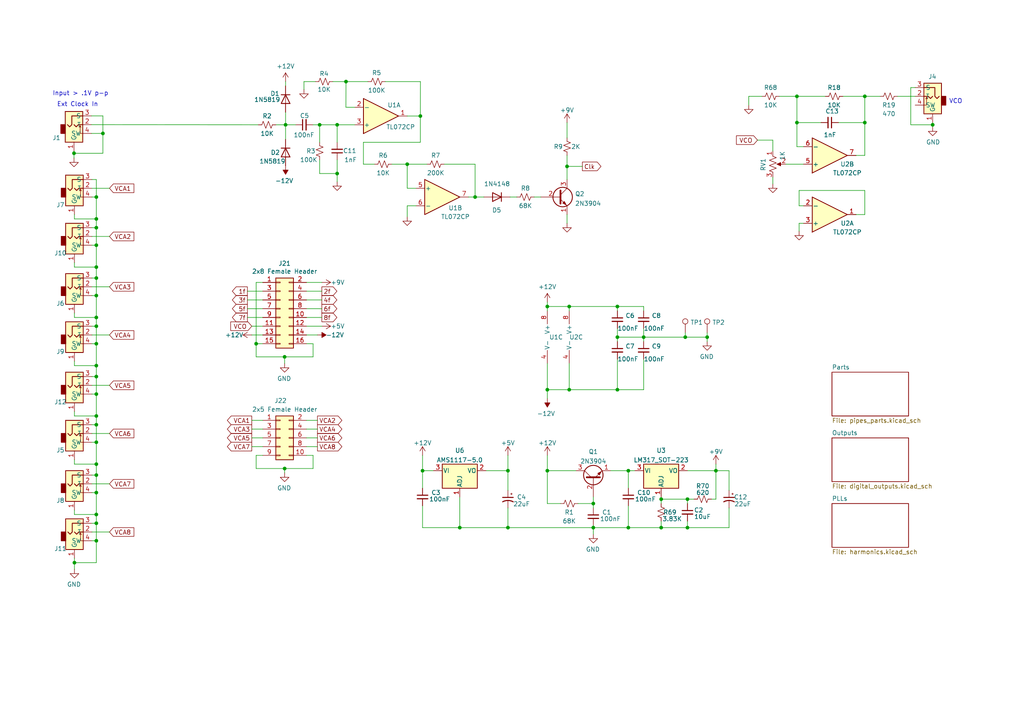
<source format=kicad_sch>
(kicad_sch (version 20211123) (generator eeschema)
  (paper "A4")
  (lib_symbols
    (symbol "Amplifier_Operational:TL072" (pin_names (offset 0.127))
      (property "Reference" "U" (at 0 5.08 0))
      (property "Value" "TL072" (at 0 -5.08 0))
      (symbol "TL072_1_1"
        (pin output line (at 7.62 0 180) (length 2.54) (name "~") (number "1"))
        (pin input line (at -7.62 -2.54 0) (length 2.54) (name "-") (number "2"))
        (pin input line (at -7.62 2.54 0) (length 2.54) (name "+") (number "3"))
      )
      (symbol "TL072_2_1"
        (pin input line (at -7.62 2.54 0) (length 2.54) (name "+") (number "5"))
        (pin input line (at -7.62 -2.54 0) (length 2.54) (name "-") (number "6"))
        (pin output line (at 7.62 0 180) (length 2.54) (name "~") (number "7"))
      )
      (symbol "TL072_3_1"
        (pin power_in line (at -2.54 -7.62 90) (length 3.81) (name "V-") (number "4"))
        (pin power_in line (at -2.54 7.62 270) (length 3.81) (name "V+") (number "8"))
      )
    )
    (symbol "Connector:TestPoint" (pin_numbers hide) (pin_names (offset 0.762) hide)
      (property "Reference" "TP" (at 0 6.858 0))
      (property "Value" "TestPoint" (at 0 5.08 0))
      (symbol "TestPoint_1_1"
        (pin passive line (at 0 0 90) (length 2.54) (name "1") (number "1"))
      )
    )
    (symbol "Connector_Generic:Conn_02x05_Odd_Even" (pin_names (offset 1.016) hide)
      (property "Reference" "J" (at 1.27 7.62 0))
      (property "Value" "Conn_02x05_Odd_Even" (at 1.27 -7.62 0))
      (symbol "Conn_02x05_Odd_Even_1_1"
        (pin passive line (at -5.08 5.08 0) (length 3.81) (name "Pin_1") (number "1"))
        (pin passive line (at 7.62 -5.08 180) (length 3.81) (name "Pin_10") (number "10"))
        (pin passive line (at 7.62 5.08 180) (length 3.81) (name "Pin_2") (number "2"))
        (pin passive line (at -5.08 2.54 0) (length 3.81) (name "Pin_3") (number "3"))
        (pin passive line (at 7.62 2.54 180) (length 3.81) (name "Pin_4") (number "4"))
        (pin passive line (at -5.08 0 0) (length 3.81) (name "Pin_5") (number "5"))
        (pin passive line (at 7.62 0 180) (length 3.81) (name "Pin_6") (number "6"))
        (pin passive line (at -5.08 -2.54 0) (length 3.81) (name "Pin_7") (number "7"))
        (pin passive line (at 7.62 -2.54 180) (length 3.81) (name "Pin_8") (number "8"))
        (pin passive line (at -5.08 -5.08 0) (length 3.81) (name "Pin_9") (number "9"))
      )
    )
    (symbol "Connector_Generic:Conn_02x08_Odd_Even" (pin_names (offset 1.016) hide)
      (property "Reference" "J" (at 1.27 10.16 0))
      (property "Value" "Conn_02x08_Odd_Even" (at 1.27 -12.7 0))
      (symbol "Conn_02x08_Odd_Even_1_1"
        (pin passive line (at -5.08 7.62 0) (length 3.81) (name "Pin_1") (number "1"))
        (pin passive line (at 7.62 -2.54 180) (length 3.81) (name "Pin_10") (number "10"))
        (pin passive line (at -5.08 -5.08 0) (length 3.81) (name "Pin_11") (number "11"))
        (pin passive line (at 7.62 -5.08 180) (length 3.81) (name "Pin_12") (number "12"))
        (pin passive line (at -5.08 -7.62 0) (length 3.81) (name "Pin_13") (number "13"))
        (pin passive line (at 7.62 -7.62 180) (length 3.81) (name "Pin_14") (number "14"))
        (pin passive line (at -5.08 -10.16 0) (length 3.81) (name "Pin_15") (number "15"))
        (pin passive line (at 7.62 -10.16 180) (length 3.81) (name "Pin_16") (number "16"))
        (pin passive line (at 7.62 7.62 180) (length 3.81) (name "Pin_2") (number "2"))
        (pin passive line (at -5.08 5.08 0) (length 3.81) (name "Pin_3") (number "3"))
        (pin passive line (at 7.62 5.08 180) (length 3.81) (name "Pin_4") (number "4"))
        (pin passive line (at -5.08 2.54 0) (length 3.81) (name "Pin_5") (number "5"))
        (pin passive line (at 7.62 2.54 180) (length 3.81) (name "Pin_6") (number "6"))
        (pin passive line (at -5.08 0 0) (length 3.81) (name "Pin_7") (number "7"))
        (pin passive line (at 7.62 0 180) (length 3.81) (name "Pin_8") (number "8"))
        (pin passive line (at -5.08 -2.54 0) (length 3.81) (name "Pin_9") (number "9"))
      )
    )
    (symbol "Device:CP1_Small" (pin_numbers hide) (pin_names (offset 0.254) hide)
      (property "Reference" "C" (at 0.254 1.778 0))
      (property "Value" "Device_CP1_Small" (at 0.254 -2.032 0))
      (symbol "CP1_Small_1_1"
        (pin passive line (at 0 2.54 270) (length 2.032) (name "~") (number "1"))
        (pin passive line (at 0 -2.54 90) (length 2.032) (name "~") (number "2"))
      )
    )
    (symbol "Device:C_Small" (pin_numbers hide) (pin_names (offset 0.254) hide)
      (property "Reference" "C" (at 0.254 1.778 0))
      (property "Value" "C_Small" (at 0.254 -2.032 0))
      (symbol "C_Small_1_1"
        (pin passive line (at 0 2.54 270) (length 2.032) (name "~") (number "1"))
        (pin passive line (at 0 -2.54 90) (length 2.032) (name "~") (number "2"))
      )
    )
    (symbol "Device:R_POT_US" (pin_names (offset 1.016) hide)
      (property "Reference" "RV" (at -4.445 0 90))
      (property "Value" "Device_R_POT_US" (at -2.54 0 90))
      (symbol "R_POT_US_1_1"
        (pin passive line (at 0 3.81 270) (length 1.27) (name "1") (number "1"))
        (pin passive line (at 3.81 0 180) (length 1.27) (name "2") (number "2"))
        (pin passive line (at 0 -3.81 90) (length 1.27) (name "3") (number "3"))
      )
    )
    (symbol "Device:R_Small_US" (pin_numbers hide) (pin_names (offset 0.254) hide)
      (property "Reference" "R" (at 0.762 0.508 0))
      (property "Value" "R_Small_US" (at 0.762 -1.016 0))
      (symbol "R_Small_US_1_1"
        (pin passive line (at 0 2.54 270) (length 1.016) (name "~") (number "1"))
        (pin passive line (at 0 -2.54 90) (length 1.016) (name "~") (number "2"))
      )
    )
    (symbol "Diode:1N4148" (pin_numbers hide) (pin_names (offset 1.016) hide)
      (property "Reference" "D" (at 0 2.54 0))
      (property "Value" "1N4148" (at 0 -2.54 0))
      (symbol "1N4148_1_1"
        (pin passive line (at -3.81 0 0) (length 2.54) (name "K") (number "1"))
        (pin passive line (at 3.81 0 180) (length 2.54) (name "A") (number "2"))
      )
    )
    (symbol "Regulator_Linear:LM317_SOT-223" (pin_names (offset 0.254))
      (property "Reference" "U" (at -3.81 3.175 0))
      (property "Value" "LM317_SOT-223" (at 0 3.175 0))
      (symbol "LM317_SOT-223_1_1"
        (pin input line (at 0 -7.62 90) (length 2.54) (name "ADJ") (number "1"))
        (pin power_out line (at 7.62 0 180) (length 2.54) (name "VO") (number "2"))
        (pin power_in line (at -7.62 0 0) (length 2.54) (name "VI") (number "3"))
      )
    )
    (symbol "Transistor_BJT:2N3904" (pin_names (offset 0) hide)
      (property "Reference" "Q" (at 5.08 1.905 0))
      (property "Value" "2N3904" (at 5.08 0 0))
      (symbol "2N3904_1_1"
        (pin passive line (at 2.54 -5.08 90) (length 2.54) (name "E") (number "1"))
        (pin passive line (at -5.08 0 0) (length 5.715) (name "B") (number "2"))
        (pin passive line (at 2.54 5.08 270) (length 2.54) (name "C") (number "3"))
      )
    )
    (symbol "greenface-symbols:Molex_47257"
      (property "Reference" "J" (at 0 8.89 0))
      (property "Value" "Molex_47257" (at 0 6.35 0))
      (symbol "Molex_47257_1_1"
        (pin passive line (at 0 -7.62 90) (length 2.54) (name "G") (number "1"))
        (pin passive line (at 5.08 0 180) (length 2.54) (name "T") (number "2"))
        (pin passive line (at 5.08 2.54 180) (length 2.54) (name "S") (number "3"))
        (pin passive line (at 5.08 -2.54 180) (length 2.54) (name "SW") (number "4"))
      )
    )
    (symbol "power:+12V" (power) (pin_names (offset 0))
      (property "Value" "+12V" (at 0 3.556 0))
      (symbol "+12V_1_1"
        (pin power_in line (at 0 0 90) (length 0) hide (name "+12V") (number "1"))
      )
    )
    (symbol "power:+5V" (power) (pin_names (offset 0))
      (property "Value" "+5V" (at 0 3.556 0))
      (symbol "+5V_1_1"
        (pin power_in line (at 0 0 90) (length 0) hide (name "+5V") (number "1"))
      )
    )
    (symbol "power:+9V" (power) (pin_names (offset 0))
      (property "Value" "+9V" (at 0 3.556 0))
      (symbol "+9V_1_1"
        (pin power_in line (at 0 0 90) (length 0) hide (name "+9V") (number "1"))
      )
    )
    (symbol "power:-12V" (power) (pin_names (offset 0))
      (property "Value" "-12V" (at 0 3.81 0))
      (symbol "-12V_0_0"
        (pin power_in line (at 0 0 90) (length 0) hide (name "-12V") (number "1"))
      )
    )
    (symbol "power:GND" (power) (pin_names (offset 0))
      (property "Value" "GND" (at 0 -3.81 0))
      (symbol "GND_1_1"
        (pin power_in line (at 0 0 270) (length 0) hide (name "GND") (number "1"))
      )
    )
  )
  (junction (at 199.39 144.78))
  (junction (at 182.245 136.525))
  (junction (at 27.94 63.5))
  (junction (at 27.94 134.62))
  (junction (at 82.55 103.505))
  (junction (at 158.75 113.03))
  (junction (at 97.79 50.3351))
  (junction (at 198.755 97.79))
  (junction (at 172.085 153.035))
  (junction (at 27.94 137.795))
  (junction (at 122.555 136.525))
  (junction (at 27.94 92.075))
  (junction (at 27.94 151.765))
  (junction (at 270.51 36.195))
  (junction (at 179.07 88.9))
  (junction (at 250.825 27.94))
  (junction (at 27.94 114.3))
  (junction (at 137.795 57.15))
  (junction (at 27.94 71.12))
  (junction (at 179.07 113.03))
  (junction (at 147.32 153.035))
  (junction (at 165.1 88.9))
  (junction (at 82.55 135.89))
  (junction (at 27.94 77.47))
  (junction (at 27.94 149.225))
  (junction (at 165.1 113.03))
  (junction (at 231.14 35.56))
  (junction (at 147.32 136.525))
  (junction (at 29.845 38.6971))
  (junction (at 27.94 99.695))
  (junction (at 97.79 36.195))
  (junction (at 199.39 153.035))
  (junction (at 27.94 85.725))
  (junction (at 27.94 80.645))
  (junction (at 205.105 97.79))
  (junction (at 27.94 106.045))
  (junction (at 172.085 146.05))
  (junction (at 27.94 123.19))
  (junction (at 182.245 153.035))
  (junction (at 27.94 120.65))
  (junction (at 191.77 144.78))
  (junction (at 74.295 99.695))
  (junction (at 27.94 128.27))
  (junction (at 207.645 136.525))
  (junction (at 158.75 88.9))
  (junction (at 27.94 156.845))
  (junction (at 250.825 35.56))
  (junction (at 21.59 163.195))
  (junction (at 118.11 47.625))
  (junction (at 231.14 27.94))
  (junction (at 27.94 109.22))
  (junction (at 179.07 97.79))
  (junction (at 27.94 66.04))
  (junction (at 21.463 44.45))
  (junction (at 92.71 36.195))
  (junction (at 186.69 97.79))
  (junction (at 121.92 33.655))
  (junction (at 82.8277 36.195))
  (junction (at 27.94 94.615))
  (junction (at 27.94 142.875))
  (junction (at 191.77 153.035))
  (junction (at 100.3537 23.6651))
  (junction (at 133.35 153.035))
  (junction (at 27.94 57.15))
  (junction (at 164.465 48.26))
  (junction (at 158.75 136.525))
  (wire (pts (xy 224.155 51.435) (xy 224.155 53.34)))
  (wire (pts (xy 231.775 59.69) (xy 231.775 55.245)))
  (wire (pts (xy 26.67 66.04) (xy 27.94 66.04)))
  (wire (pts (xy 211.455 142.24) (xy 211.455 136.525)))
  (wire (pts (xy 270.51 35.56) (xy 270.51 36.195)))
  (wire (pts (xy 186.69 97.79) (xy 198.755 97.79)))
  (wire (pts (xy 133.35 153.035) (xy 147.32 153.035)))
  (wire (pts (xy 231.775 64.77) (xy 233.045 64.77)))
  (wire (pts (xy 27.94 92.075) (xy 27.94 94.615)))
  (wire (pts (xy 21.59 119.38) (xy 21.59 120.65)))
  (wire (pts (xy 26.67 137.795) (xy 27.94 137.795)))
  (wire (pts (xy 137.795 47.625) (xy 137.795 57.15)))
  (wire (pts (xy 88.9 86.995) (xy 93.345 86.995)))
  (wire (pts (xy 27.94 123.19) (xy 27.94 128.27)))
  (wire (pts (xy 186.69 104.14) (xy 186.69 113.03)))
  (wire (pts (xy 26.67 97.155) (xy 31.75 97.155)))
  (wire (pts (xy 231.775 64.77) (xy 231.775 67.056)))
  (wire (pts (xy 172.085 152.4) (xy 172.085 153.035)))
  (wire (pts (xy 26.67 57.15) (xy 27.94 57.15)))
  (wire (pts (xy 165.1 90.17) (xy 165.1 88.9)))
  (wire (pts (xy 111.7837 23.6651) (xy 121.9437 23.6651)))
  (wire (pts (xy 182.245 136.525) (xy 184.15 136.525)))
  (wire (pts (xy 205.105 97.79) (xy 205.105 99.06)))
  (wire (pts (xy 224.155 40.64) (xy 224.155 43.815)))
  (wire (pts (xy 191.77 144.78) (xy 199.39 144.78)))
  (wire (pts (xy 27.94 85.725) (xy 27.94 92.075)))
  (wire (pts (xy 260.35 27.94) (xy 265.43 27.94)))
  (wire (pts (xy 198.755 97.79) (xy 205.105 97.79)))
  (wire (pts (xy 164.465 62.23) (xy 164.465 64.77)))
  (wire (pts (xy 231.775 55.245) (xy 250.825 55.245)))
  (wire (pts (xy 26.543 36.1571) (xy 74.93 36.195)))
  (wire (pts (xy 172.085 153.035) (xy 182.245 153.035)))
  (wire (pts (xy 90.805 135.89) (xy 90.805 132.08)))
  (wire (pts (xy 76.2 81.915) (xy 74.295 81.915)))
  (wire (pts (xy 76.2 132.08) (xy 74.295 132.08)))
  (wire (pts (xy 264.16 36.195) (xy 270.51 36.195)))
  (wire (pts (xy 27.94 151.765) (xy 27.94 156.845)))
  (wire (pts (xy 172.085 153.035) (xy 172.085 154.94)))
  (wire (pts (xy 29.845 33.6171) (xy 29.845 38.6971)))
  (wire (pts (xy 219.71 40.64) (xy 224.155 40.64)))
  (wire (pts (xy 105.41 47.625) (xy 105.41 41.275)))
  (wire (pts (xy 243.205 35.56) (xy 250.825 35.56)))
  (wire (pts (xy 82.55 103.505) (xy 90.805 103.505)))
  (wire (pts (xy 88.9 84.455) (xy 93.345 84.455)))
  (wire (pts (xy 26.67 71.12) (xy 27.94 71.12)))
  (wire (pts (xy 71.755 89.535) (xy 76.2 89.535)))
  (wire (pts (xy 250.825 55.245) (xy 250.825 62.23)))
  (wire (pts (xy 140.97 136.525) (xy 147.32 136.525)))
  (wire (pts (xy 270.51 36.195) (xy 270.51 36.83)))
  (wire (pts (xy 27.94 57.15) (xy 27.94 63.5)))
  (wire (pts (xy 97.79 36.195) (xy 102.87 36.195)))
  (wire (pts (xy 21.59 163.195) (xy 21.59 165.1)))
  (wire (pts (xy 199.39 144.78) (xy 201.295 144.78)))
  (wire (pts (xy 186.69 95.25) (xy 186.69 97.79)))
  (wire (pts (xy 165.1 88.9) (xy 179.07 88.9)))
  (wire (pts (xy 186.69 97.79) (xy 186.69 99.06)))
  (wire (pts (xy 27.94 63.5) (xy 27.94 66.04)))
  (wire (pts (xy 250.825 27.94) (xy 255.27 27.94)))
  (wire (pts (xy 27.94 77.47) (xy 21.59 77.47)))
  (wire (pts (xy 26.67 109.22) (xy 27.94 109.22)))
  (wire (pts (xy 71.755 86.995) (xy 76.2 86.995)))
  (wire (pts (xy 147.32 132.08) (xy 147.32 136.525)))
  (wire (pts (xy 27.94 92.075) (xy 21.59 92.075)))
  (wire (pts (xy 97.79 46.355) (xy 97.79 50.3351)))
  (wire (pts (xy 167.64 146.05) (xy 172.085 146.05)))
  (wire (pts (xy 182.245 146.685) (xy 182.245 153.035)))
  (wire (pts (xy 27.94 134.62) (xy 27.94 137.795)))
  (wire (pts (xy 27.94 120.65) (xy 21.59 120.65)))
  (wire (pts (xy 205.105 96.52) (xy 205.105 97.79)))
  (wire (pts (xy 231.14 42.545) (xy 233.045 42.545)))
  (wire (pts (xy 100.33 31.115) (xy 100.3537 23.6651)))
  (wire (pts (xy 191.77 153.035) (xy 199.39 153.035)))
  (wire (pts (xy 179.07 104.14) (xy 179.07 113.03)))
  (wire (pts (xy 133.35 144.145) (xy 133.35 153.035)))
  (wire (pts (xy 73.025 121.92) (xy 76.2 121.92)))
  (wire (pts (xy 211.455 136.525) (xy 207.645 136.525)))
  (wire (pts (xy 26.67 140.335) (xy 31.75 140.335)))
  (wire (pts (xy 88.9 89.535) (xy 93.345 89.535)))
  (wire (pts (xy 158.75 88.9) (xy 165.1 88.9)))
  (wire (pts (xy 118.11 54.61) (xy 118.11 47.625)))
  (wire (pts (xy 27.94 106.045) (xy 27.94 109.22)))
  (wire (pts (xy 80.01 36.195) (xy 82.8277 36.195)))
  (wire (pts (xy 217.17 27.94) (xy 217.17 30.48)))
  (wire (pts (xy 92.71 46.355) (xy 92.71 50.3351)))
  (wire (pts (xy 120.65 54.61) (xy 118.11 54.61)))
  (wire (pts (xy 154.94 57.15) (xy 156.845 57.15)))
  (wire (pts (xy 82.55 103.505) (xy 82.55 105.41)))
  (wire (pts (xy 26.67 85.725) (xy 27.94 85.725)))
  (wire (pts (xy 26.67 142.875) (xy 27.94 142.875)))
  (wire (pts (xy 27.94 163.195) (xy 21.59 163.195)))
  (wire (pts (xy 26.67 54.61) (xy 31.75 54.61)))
  (wire (pts (xy 250.825 27.94) (xy 250.825 35.56)))
  (wire (pts (xy 122.555 136.525) (xy 122.555 141.605)))
  (wire (pts (xy 199.39 136.525) (xy 207.645 136.525)))
  (wire (pts (xy 26.543 38.6971) (xy 29.845 38.6971)))
  (wire (pts (xy 73.025 94.615) (xy 76.2 94.615)))
  (wire (pts (xy 233.045 59.69) (xy 231.775 59.69)))
  (wire (pts (xy 206.375 144.78) (xy 207.645 144.78)))
  (wire (pts (xy 26.67 114.3) (xy 27.94 114.3)))
  (wire (pts (xy 73.025 129.54) (xy 76.2 129.54)))
  (wire (pts (xy 199.39 144.78) (xy 199.39 146.05)))
  (wire (pts (xy 27.94 77.47) (xy 27.94 80.645)))
  (wire (pts (xy 90.805 99.695) (xy 88.9 99.695)))
  (wire (pts (xy 147.32 153.035) (xy 172.085 153.035)))
  (wire (pts (xy 27.94 71.12) (xy 27.94 77.47)))
  (wire (pts (xy 191.77 144.145) (xy 191.77 144.78)))
  (wire (pts (xy 82.8277 32.5551) (xy 82.8277 36.195)))
  (wire (pts (xy 88.9 121.92) (xy 92.075 121.92)))
  (wire (pts (xy 158.75 146.05) (xy 158.75 136.525)))
  (wire (pts (xy 92.71 50.3351) (xy 97.79 50.3351)))
  (wire (pts (xy 182.245 136.525) (xy 182.245 141.605)))
  (wire (pts (xy 231.14 27.94) (xy 231.14 35.56)))
  (wire (pts (xy 27.94 137.795) (xy 27.94 142.875)))
  (wire (pts (xy 90.805 132.08) (xy 88.9 132.08)))
  (wire (pts (xy 26.67 99.695) (xy 27.94 99.695)))
  (wire (pts (xy 82.8277 23.6651) (xy 82.8277 24.9351)))
  (wire (pts (xy 217.17 27.94) (xy 220.98 27.94)))
  (wire (pts (xy 182.245 153.035) (xy 191.77 153.035)))
  (wire (pts (xy 26.67 68.58) (xy 31.75 68.58)))
  (wire (pts (xy 198.755 96.52) (xy 198.755 97.79)))
  (wire (pts (xy 21.463 44.45) (xy 21.463 45.8315)))
  (wire (pts (xy 88.9 127) (xy 92.075 127)))
  (wire (pts (xy 158.75 113.03) (xy 158.75 115.57)))
  (wire (pts (xy 231.14 35.56) (xy 238.125 35.56)))
  (wire (pts (xy 164.465 48.26) (xy 164.465 52.07)))
  (wire (pts (xy 118.11 47.625) (xy 123.825 47.625)))
  (wire (pts (xy 147.32 142.24) (xy 147.32 136.525)))
  (wire (pts (xy 164.465 35.56) (xy 164.465 40.005)))
  (wire (pts (xy 227.965 47.625) (xy 233.045 47.625)))
  (wire (pts (xy 74.295 81.915) (xy 74.295 99.695)))
  (wire (pts (xy 21.59 147.955) (xy 21.59 149.225)))
  (wire (pts (xy 239.395 27.94) (xy 231.14 27.94)))
  (wire (pts (xy 122.555 132.08) (xy 122.555 136.525)))
  (wire (pts (xy 26.67 156.845) (xy 27.94 156.845)))
  (wire (pts (xy 73.025 124.46) (xy 76.2 124.46)))
  (wire (pts (xy 88.9 129.54) (xy 92.075 129.54)))
  (wire (pts (xy 26.67 52.07) (xy 27.94 52.07)))
  (wire (pts (xy 264.16 25.4) (xy 264.16 36.195)))
  (wire (pts (xy 179.07 97.79) (xy 179.07 99.06)))
  (wire (pts (xy 82.8277 36.195) (xy 82.8277 40.4291)))
  (wire (pts (xy 88.9 124.46) (xy 92.075 124.46)))
  (wire (pts (xy 179.07 95.25) (xy 179.07 97.79)))
  (wire (pts (xy 250.825 62.23) (xy 248.285 62.23)))
  (wire (pts (xy 21.59 104.775) (xy 21.59 106.045)))
  (wire (pts (xy 26.67 80.645) (xy 27.94 80.645)))
  (wire (pts (xy 158.75 87.63) (xy 158.75 88.9)))
  (wire (pts (xy 96.5437 23.6651) (xy 100.3537 23.6651)))
  (wire (pts (xy 120.65 59.69) (xy 118.11 59.69)))
  (wire (pts (xy 172.085 146.05) (xy 172.085 147.32)))
  (wire (pts (xy 158.75 132.08) (xy 158.75 136.525)))
  (wire (pts (xy 207.645 134.62) (xy 207.645 136.525)))
  (wire (pts (xy 88.9 81.915) (xy 93.345 81.915)))
  (wire (pts (xy 121.9437 23.6651) (xy 121.92 33.655)))
  (wire (pts (xy 158.75 90.17) (xy 158.75 88.9)))
  (wire (pts (xy 162.56 146.05) (xy 158.75 146.05)))
  (wire (pts (xy 108.585 47.625) (xy 105.41 47.625)))
  (wire (pts (xy 113.665 47.625) (xy 118.11 47.625)))
  (wire (pts (xy 27.94 120.65) (xy 27.94 123.19)))
  (wire (pts (xy 207.645 144.78) (xy 207.645 136.525)))
  (wire (pts (xy 26.67 128.27) (xy 27.94 128.27)))
  (wire (pts (xy 21.59 133.35) (xy 21.59 134.62)))
  (wire (pts (xy 73.025 127) (xy 76.2 127)))
  (wire (pts (xy 177.165 136.525) (xy 182.245 136.525)))
  (wire (pts (xy 158.75 105.41) (xy 158.75 113.03)))
  (wire (pts (xy 92.71 36.195) (xy 92.71 41.275)))
  (wire (pts (xy 88.1617 23.6651) (xy 91.4637 23.6651)))
  (wire (pts (xy 179.07 90.17) (xy 179.07 88.9)))
  (wire (pts (xy 74.295 135.89) (xy 82.55 135.89)))
  (wire (pts (xy 191.77 144.78) (xy 191.77 146.05)))
  (wire (pts (xy 82.8277 36.195) (xy 85.725 36.195)))
  (wire (pts (xy 21.59 161.925) (xy 21.59 163.195)))
  (wire (pts (xy 27.94 134.62) (xy 21.59 134.62)))
  (wire (pts (xy 158.75 113.03) (xy 165.1 113.03)))
  (wire (pts (xy 135.89 57.15) (xy 137.795 57.15)))
  (wire (pts (xy 21.463 43.7771) (xy 21.463 44.45)))
  (wire (pts (xy 26.67 123.19) (xy 27.94 123.19)))
  (wire (pts (xy 165.1 113.03) (xy 179.07 113.03)))
  (wire (pts (xy 27.94 156.845) (xy 27.94 163.195)))
  (wire (pts (xy 88.9 97.155) (xy 92.075 97.155)))
  (wire (pts (xy 105.41 41.275) (xy 121.92 41.275)))
  (wire (pts (xy 186.69 97.79) (xy 179.07 97.79)))
  (wire (pts (xy 147.32 147.32) (xy 147.32 153.035)))
  (wire (pts (xy 27.94 128.27) (xy 27.94 134.62)))
  (wire (pts (xy 164.465 45.085) (xy 164.465 48.26)))
  (wire (pts (xy 26.67 125.73) (xy 31.75 125.73)))
  (wire (pts (xy 88.9 94.615) (xy 93.345 94.615)))
  (wire (pts (xy 71.755 84.455) (xy 76.2 84.455)))
  (wire (pts (xy 74.295 103.505) (xy 82.55 103.505)))
  (wire (pts (xy 164.465 48.26) (xy 168.91 48.26)))
  (wire (pts (xy 100.3537 23.6651) (xy 106.7037 23.6651)))
  (wire (pts (xy 26.67 94.615) (xy 27.94 94.615)))
  (wire (pts (xy 128.905 47.625) (xy 137.795 47.625)))
  (wire (pts (xy 158.75 136.525) (xy 167.005 136.525)))
  (wire (pts (xy 97.79 50.3351) (xy 97.79 52.705)))
  (wire (pts (xy 248.285 45.085) (xy 250.825 45.085)))
  (wire (pts (xy 26.67 151.765) (xy 27.94 151.765)))
  (wire (pts (xy 71.755 92.075) (xy 76.2 92.075)))
  (wire (pts (xy 27.94 52.07) (xy 27.94 57.15)))
  (wire (pts (xy 226.06 27.94) (xy 231.14 27.94)))
  (wire (pts (xy 97.79 36.195) (xy 97.79 41.275)))
  (wire (pts (xy 27.94 149.225) (xy 27.94 151.765)))
  (wire (pts (xy 231.14 35.56) (xy 231.14 42.545)))
  (wire (pts (xy 121.92 41.275) (xy 121.92 33.655)))
  (wire (pts (xy 137.795 57.15) (xy 140.335 57.15)))
  (wire (pts (xy 26.67 83.185) (xy 31.75 83.185)))
  (wire (pts (xy 122.555 146.685) (xy 122.555 153.035)))
  (wire (pts (xy 102.87 31.115) (xy 100.33 31.115)))
  (wire (pts (xy 27.94 142.875) (xy 27.94 149.225)))
  (wire (pts (xy 21.59 62.23) (xy 21.59 63.5)))
  (wire (pts (xy 165.1 105.41) (xy 165.1 113.03)))
  (wire (pts (xy 27.94 106.045) (xy 21.59 106.045)))
  (wire (pts (xy 74.295 99.695) (xy 74.295 103.505)))
  (wire (pts (xy 179.07 88.9) (xy 186.69 88.9)))
  (wire (pts (xy 211.455 153.035) (xy 199.39 153.035)))
  (wire (pts (xy 90.805 36.195) (xy 92.71 36.195)))
  (wire (pts (xy 90.805 103.505) (xy 90.805 99.695)))
  (wire (pts (xy 27.94 80.645) (xy 27.94 85.725)))
  (wire (pts (xy 27.94 99.695) (xy 27.94 106.045)))
  (wire (pts (xy 199.39 151.13) (xy 199.39 153.035)))
  (wire (pts (xy 29.845 44.45) (xy 29.845 38.6971)))
  (wire (pts (xy 118.11 59.69) (xy 118.11 62.865)))
  (wire (pts (xy 26.67 154.305) (xy 31.75 154.305)))
  (wire (pts (xy 27.94 66.04) (xy 27.94 71.12)))
  (wire (pts (xy 250.825 45.085) (xy 250.825 35.56)))
  (wire (pts (xy 186.69 88.9) (xy 186.69 90.17)))
  (wire (pts (xy 82.55 135.89) (xy 82.55 137.16)))
  (wire (pts (xy 27.94 114.3) (xy 27.94 120.65)))
  (wire (pts (xy 92.71 36.195) (xy 97.79 36.195)))
  (wire (pts (xy 21.59 90.805) (xy 21.59 92.075)))
  (wire (pts (xy 88.9 92.075) (xy 93.345 92.075)))
  (wire (pts (xy 26.67 111.76) (xy 31.75 111.76)))
  (wire (pts (xy 122.555 153.035) (xy 133.35 153.035)))
  (wire (pts (xy 179.07 113.03) (xy 186.69 113.03)))
  (wire (pts (xy 73.025 97.155) (xy 76.2 97.155)))
  (wire (pts (xy 88.1617 23.6651) (xy 88.1617 25.9511)))
  (wire (pts (xy 27.94 63.5) (xy 21.59 63.5)))
  (wire (pts (xy 76.2 99.695) (xy 74.295 99.695)))
  (wire (pts (xy 27.94 149.225) (xy 21.59 149.225)))
  (wire (pts (xy 122.555 136.525) (xy 125.73 136.525)))
  (wire (pts (xy 265.43 25.4) (xy 264.16 25.4)))
  (wire (pts (xy 118.11 33.655) (xy 121.92 33.655)))
  (wire (pts (xy 74.295 132.08) (xy 74.295 135.89)))
  (wire (pts (xy 147.955 57.15) (xy 149.86 57.15)))
  (wire (pts (xy 27.94 94.615) (xy 27.94 99.695)))
  (wire (pts (xy 27.94 109.22) (xy 27.94 114.3)))
  (wire (pts (xy 26.543 33.6171) (xy 29.845 33.6171)))
  (wire (pts (xy 82.55 135.89) (xy 90.805 135.89)))
  (wire (pts (xy 21.59 76.2) (xy 21.59 77.47)))
  (wire (pts (xy 21.463 44.45) (xy 29.845 44.45)))
  (wire (pts (xy 244.475 27.94) (xy 250.825 27.94)))
  (wire (pts (xy 211.455 147.32) (xy 211.455 153.035)))
  (wire (pts (xy 172.085 144.145) (xy 172.085 146.05)))
  (wire (pts (xy 191.77 151.13) (xy 191.77 153.035)))
  (text "VCO" (at 279.146 30.226 180) (effects (font (size 1.27 1.27)) (justify right bottom)))
  (text "Input > .1V p-p" (at 15.24 27.94 0) (effects (font (size 1.27 1.27)) (justify left bottom)))
  (text "Ext Clock In" (at 16.51 31.115 0) (effects (font (size 1.27 1.27)) (justify left bottom)))
  (global_label "5f" (shape output) (at 71.755 89.535 180) (property "Intersheet References" "${INTERSHEET_REFS}" (effects hide)))
  (global_label "1f" (shape output) (at 71.755 84.455 180) (property "Intersheet References" "${INTERSHEET_REFS}" (effects hide)))
  (global_label "VCO" (shape input) (at 73.025 94.615 180) (property "Intersheet References" "${INTERSHEET_REFS}" (effects hide)))
  (global_label "VCA8" (shape output) (at 92.075 129.54 0) (property "Intersheet References" "${INTERSHEET_REFS}" (effects hide)))
  (global_label "7f" (shape output) (at 71.755 92.075 180) (property "Intersheet References" "${INTERSHEET_REFS}" (effects hide)))
  (global_label "VCA6" (shape input) (at 31.75 125.73 0) (property "Intersheet References" "${INTERSHEET_REFS}" (effects hide)))
  (global_label "3f" (shape output) (at 71.755 86.995 180) (property "Intersheet References" "${INTERSHEET_REFS}" (effects hide)))
  (global_label "8f" (shape output) (at 93.345 92.075 0) (property "Intersheet References" "${INTERSHEET_REFS}" (effects hide)))
  (global_label "VCA3" (shape input) (at 31.75 83.185 0) (property "Intersheet References" "${INTERSHEET_REFS}" (effects hide)))
  (global_label "VCA7" (shape output) (at 73.025 129.54 180) (property "Intersheet References" "${INTERSHEET_REFS}" (effects hide)))
  (global_label "4f" (shape output) (at 93.345 86.995 0) (property "Intersheet References" "${INTERSHEET_REFS}" (effects hide)))
  (global_label "Clk" (shape output) (at 168.91 48.26 0) (property "Intersheet References" "${INTERSHEET_REFS}" (effects hide)))
  (global_label "6f" (shape output) (at 93.345 89.535 0) (property "Intersheet References" "${INTERSHEET_REFS}" (effects hide)))
  (global_label "VCA4" (shape input) (at 31.75 97.155 0) (property "Intersheet References" "${INTERSHEET_REFS}" (effects hide)))
  (global_label "VCA1" (shape input) (at 31.75 54.61 0) (property "Intersheet References" "${INTERSHEET_REFS}" (effects hide)))
  (global_label "VCO" (shape input) (at 219.71 40.64 180) (property "Intersheet References" "${INTERSHEET_REFS}" (effects hide)))
  (global_label "VCA1" (shape output) (at 73.025 121.92 180) (property "Intersheet References" "${INTERSHEET_REFS}" (effects hide)))
  (global_label "VCA5" (shape output) (at 73.025 127 180) (property "Intersheet References" "${INTERSHEET_REFS}" (effects hide)))
  (global_label "VCA2" (shape output) (at 92.075 121.92 0) (property "Intersheet References" "${INTERSHEET_REFS}" (effects hide)))
  (global_label "VCA3" (shape output) (at 73.025 124.46 180) (property "Intersheet References" "${INTERSHEET_REFS}" (effects hide)))
  (global_label "VCA7" (shape input) (at 31.75 140.335 0) (property "Intersheet References" "${INTERSHEET_REFS}" (effects hide)))
  (global_label "VCA5" (shape input) (at 31.75 111.76 0) (property "Intersheet References" "${INTERSHEET_REFS}" (effects hide)))
  (global_label "VCA2" (shape input) (at 31.75 68.58 0) (property "Intersheet References" "${INTERSHEET_REFS}" (effects hide)))
  (global_label "VCA8" (shape input) (at 31.75 154.305 0) (property "Intersheet References" "${INTERSHEET_REFS}" (effects hide)))
  (global_label "2f" (shape output) (at 93.345 84.455 0) (property "Intersheet References" "${INTERSHEET_REFS}" (effects hide)))
  (global_label "VCA6" (shape output) (at 92.075 127 0) (property "Intersheet References" "${INTERSHEET_REFS}" (effects hide)))
  (global_label "VCA4" (shape output) (at 92.075 124.46 0) (property "Intersheet References" "${INTERSHEET_REFS}" (effects hide)))
  (symbol (lib_id "Device:R_Small_US") (at 241.935 27.94 270) (unit 1)
    (property "Reference" "R18" (at 241.935 25.4 90))
    (property "Value" "10K" (at 241.935 30.48 90))
    (property "Footprint" "Resistor_SMD:R_0603_1608Metric" (effects hide))
    (property "Digi-Key Part" "CRT0805-FZ-1002ELFCT-ND" (effects hide))
    (property "LCSC Part #" "C25804" (effects hide))
  )
  (symbol (lib_id "Device:R_Small_US") (at 126.365 47.625 270) (unit 1)
    (property "Reference" "R7" (at 126.365 45.085 90))
    (property "Value" "200K" (at 126.365 50.165 90))
    (property "Footprint" "Resistor_SMD:R_0805_2012Metric_Pad1.20x1.40mm_HandSolder" (effects hide))
    (property "Digi-Key Part" "CF14JT10K0CT-ND" (effects hide))
    (property "LCSC Part #" "C17539" (effects hide))
  )
  (symbol (lib_id "power:+12V") (at 158.75 87.63 0) (unit 1)
    (property "Reference" "#PWR04" (effects hide))
    (property "Value" "+12V" (at 158.75 83.185 0))
  )
  (symbol (lib_id "Device:R_Small_US") (at 257.81 27.94 90) (unit 1)
    (property "Reference" "R19" (at 257.81 30.48 90))
    (property "Value" "470" (at 257.81 33.02 90))
    (property "Footprint" "Resistor_SMD:R_0805_2012Metric_Pad1.20x1.40mm_HandSolder" (effects hide))
    (property "Digi-Key Part" "PPC470W-1CT-ND" (effects hide))
    (property "LCSC Part #" "C17710" (effects hide))
  )
  (symbol (lib_id "Device:R_Small_US") (at 203.835 144.78 270) (unit 1)
    (property "Reference" "R70" (at 203.835 140.97 90))
    (property "Value" "620" (at 203.835 142.875 90))
    (property "Footprint" "Resistor_SMD:R_0805_2012Metric_Pad1.20x1.40mm_HandSolder" (effects hide))
    (property "Digi-Key Part" "CF14JT68K0CT-ND" (effects hide))
    (property "LCSC Part #" "C144551" (effects hide))
  )
  (symbol (lib_id "power:+5V") (at 93.345 94.615 270) (unit 1)
    (property "Reference" "#PWR034" (effects hide))
    (property "Value" "+5V" (at 95.885 94.615 90) (effects (justify left)))
  )
  (symbol (lib_id "greenface-symbols:Molex_47257") (at 21.59 54.61 0) (unit 1)
    (property "Reference" "J7" (at 17.526 59.436 0))
    (property "Value" "3.5mm Jack" (effects hide))
    (property "Footprint" "sputterizer:Molex-0472570001" (effects hide))
    (property "Digi-Key Part" "WM17366-ND" (effects hide))
  )
  (symbol (lib_id "power:GND") (at 88.1617 25.9511 0) (unit 1)
    (property "Reference" "#PWR07" (effects hide))
    (property "Value" "GND" (effects hide))
  )
  (symbol (lib_id "greenface-symbols:Molex_47257") (at 21.59 140.335 0) (unit 1)
    (property "Reference" "J8" (at 17.526 145.161 0))
    (property "Value" "3.5mm Jack" (effects hide))
    (property "Footprint" "sputterizer:Molex-0472570001" (effects hide))
    (property "Digi-Key Part" "WM17366-ND" (effects hide))
  )
  (symbol (lib_id "Device:R_POT_US") (at 224.155 47.625 0) (unit 1)
    (property "Reference" "RV1" (at 221.361 45.847 90) (effects (justify right)))
    (property "Value" "1K" (at 226.949 43.815 90) (effects (justify right)))
    (property "Footprint" "Potentiometer_THT:Potentiometer_Bourns_PTV09A-1_Single_Vertical" (effects hide))
    (property "Digi-Key Part" "PTV09A-4225F-B102-ND" (effects hide))
  )
  (symbol (lib_id "Device:R_Small_US") (at 164.465 42.545 0) (unit 1)
    (property "Reference" "R9" (at 161.925 42.545 0))
    (property "Value" "2K" (at 167.005 42.545 0))
    (property "Footprint" "Resistor_SMD:R_0603_1608Metric" (effects hide))
    (property "Digi-Key Part" "CRT0805-FZ-1002ELFCT-ND" (effects hide))
    (property "LCSC Part #" "C22975" (effects hide))
  )
  (symbol (lib_id "power:GND") (at 21.463 45.8315 0) (unit 1)
    (property "Reference" "#PWR02" (effects hide))
    (property "Value" "GND" (effects hide))
  )
  (symbol (lib_id "Amplifier_Operational:TL072") (at 240.665 45.085 0) (mirror x) (unit 2)
    (property "Reference" "U2" (at 245.745 47.625 0))
    (property "Value" "TL072CP" (at 245.745 50.165 0))
    (property "Footprint" "Package_SO:SOIC-8_3.9x4.9mm_P1.27mm" (effects hide))
    (property "Digi-Key Part" "296-1775-5-ND" (effects hide))
    (property "LCSC Part #" "C67473" (effects hide))
  )
  (symbol (lib_id "Device:R_Small_US") (at 77.47 36.195 270) (unit 1)
    (property "Reference" "R2" (at 77.47 33.655 90))
    (property "Value" "10K" (at 77.47 38.735 90))
    (property "Footprint" "Resistor_SMD:R_0603_1608Metric" (effects hide))
    (property "Digi-Key Part" "CRT0805-FZ-1002ELFCT-ND" (effects hide))
    (property "LCSC Part #" "C25804" (effects hide))
  )
  (symbol (lib_id "power:GND") (at 82.55 105.41 0) (mirror y) (unit 1)
    (property "Reference" "#PWR029" (effects hide))
    (property "Value" "GND" (at 82.423 109.8042 0))
  )
  (symbol (lib_id "Regulator_Linear:LM317_SOT-223") (at 133.35 136.525 0) (unit 1)
    (property "Reference" "U6" (at 133.35 130.6535 0))
    (property "Value" "AMS1117-5.0" (at 133.35 133.4286 0))
    (property "Footprint" "Package_TO_SOT_SMD:SOT-223-3_TabPin2" (effects hide))
    (property "Datasheet" "http://www.ti.com/lit/ds/symlink/lm317.pdf" (effects hide))
    (property "LCSC Part #" "C6187" (effects hide))
  )
  (symbol (lib_id "Device:C_Small") (at 182.245 144.145 0) (unit 1)
    (property "Reference" "C10" (at 184.785 142.875 0) (effects (justify left)))
    (property "Value" "100nF" (at 184.15 144.78 0) (effects (justify left)))
    (property "Footprint" "Capacitor_SMD:C_0805_2012Metric_Pad1.18x1.45mm_HandSolder" (effects hide))
    (property "Datasheet" "http://datasheets.avx.com/SR-Series.pdf" (effects hide))
    (property "Digi-Key Part" "478-10836-1-ND" (effects hide))
    (property "LCSC Part #" "C49678" (effects hide))
  )
  (symbol (lib_id "greenface-symbols:Molex_47257") (at 21.59 97.155 0) (unit 1)
    (property "Reference" "J9" (at 17.526 101.981 0))
    (property "Value" "3.5mm Jack" (effects hide))
    (property "Footprint" "sputterizer:Molex-0472570001" (effects hide))
    (property "Digi-Key Part" "WM17366-ND" (effects hide))
  )
  (symbol (lib_id "Transistor_BJT:2N3904") (at 161.925 57.15 0) (unit 1)
    (property "Reference" "Q2" (at 166.7764 56.2415 0) (effects (justify left)))
    (property "Value" "2N3904" (at 166.7764 59.0166 0) (effects (justify left)))
    (property "Footprint" "Package_TO_SOT_SMD:SOT-23" (effects hide))
    (property "Datasheet" "https://www.onsemi.com/pub/Collateral/2N3903-D.PDF" (effects hide))
    (property "LCSC Part #" "C90160" (effects hide))
  )
  (symbol (lib_id "Device:C_Small") (at 240.665 35.56 270) (unit 1)
    (property "Reference" "C13" (at 239.395 32.258 90) (effects (justify left)))
    (property "Value" "1nF" (at 238.887 39.116 90) (effects (justify left)))
    (property "Footprint" "Capacitor_SMD:C_0805_2012Metric_Pad1.18x1.45mm_HandSolder" (effects hide))
    (property "Datasheet" "http://datasheets.avx.com/SR-Series.pdf" (effects hide))
    (property "Digi-Key Part" "399-9877-1-ND" (effects hide))
    (property "LCSC Part #" "C46653" (effects hide))
  )
  (symbol (lib_id "greenface-symbols:Molex_47257") (at 21.59 111.76 0) (unit 1)
    (property "Reference" "J12" (at 17.526 116.586 0))
    (property "Value" "3.5mm Jack" (effects hide))
    (property "Footprint" "sputterizer:Molex-0472570001" (effects hide))
    (property "Digi-Key Part" "WM17366-ND" (effects hide))
  )
  (symbol (lib_id "power:GND") (at 97.79 52.705 0) (unit 1)
    (property "Reference" "#PWR0109" (effects hide))
    (property "Value" "GND" (effects hide))
  )
  (symbol (lib_id "Device:C_Small") (at 199.39 148.59 0) (unit 1)
    (property "Reference" "C2" (at 201.295 147.955 0) (effects (justify left)))
    (property "Value" "10uF" (at 201.295 149.86 0) (effects (justify left)))
    (property "Footprint" "Capacitor_SMD:C_0805_2012Metric_Pad1.18x1.45mm_HandSolder" (effects hide))
    (property "Datasheet" "http://datasheets.avx.com/SR-Series.pdf" (effects hide))
    (property "Digi-Key Part" "399-9886-1-ND" (effects hide))
    (property "LCSC Part #" "C15850" (effects hide))
  )
  (symbol (lib_id "power:GND") (at 21.59 165.1 0) (mirror y) (unit 1)
    (property "Reference" "#PWR023" (effects hide))
    (property "Value" "GND" (at 21.463 169.4942 0))
  )
  (symbol (lib_id "Connector:TestPoint") (at 205.105 96.52 0) (unit 1)
    (property "Reference" "TP2" (at 206.5782 93.5228 0) (effects (justify left)))
    (property "Value" "TestPoint" (effects hide))
    (property "Footprint" "TestPoint:TestPoint_Keystone_5005-5009_Compact" (effects hide))
    (property "Digi-Key Part" "36-5006-ND" (effects hide))
  )
  (symbol (lib_id "power:GND") (at 224.155 53.34 0) (unit 1)
    (property "Reference" "#PWR035" (effects hide))
    (property "Value" "GND" (effects hide))
  )
  (symbol (lib_id "power:+9V") (at 93.345 81.915 270) (unit 1)
    (property "Reference" "#PWR0101" (effects hide))
    (property "Value" "+9V" (at 95.885 81.915 90) (effects (justify left)))
  )
  (symbol (lib_id "Device:R_Small_US") (at 94.0037 23.6651 90) (unit 1)
    (property "Reference" "R4" (at 94.0037 21.3791 90))
    (property "Value" "10K" (at 94.0037 25.9511 90))
    (property "Footprint" "Resistor_SMD:R_0603_1608Metric" (effects hide))
    (property "Digi-Key Part" "CRT0805-FZ-1002ELFCT-ND" (effects hide))
    (property "LCSC Part #" "C25804" (effects hide))
  )
  (symbol (lib_id "Device:C_Small") (at 179.07 101.6 0) (unit 1)
    (property "Reference" "C7" (at 181.4068 100.4316 0) (effects (justify left)))
    (property "Value" "100nF" (at 179.07 104.14 0) (effects (justify left)))
    (property "Footprint" "Capacitor_SMD:C_0805_2012Metric_Pad1.18x1.45mm_HandSolder" (effects hide))
    (property "Datasheet" "http://datasheets.avx.com/SR-Series.pdf" (effects hide))
    (property "Digi-Key Part" "478-10836-1-ND" (effects hide))
    (property "LCSC Part #" "C49678" (effects hide))
  )
  (symbol (lib_id "Connector:TestPoint") (at 198.755 96.52 0) (unit 1)
    (property "Reference" "TP1" (at 200.2282 93.5228 0) (effects (justify left)))
    (property "Value" "TestPoint" (effects hide))
    (property "Footprint" "TestPoint:TestPoint_Keystone_5005-5009_Compact" (effects hide))
    (property "Digi-Key Part" "36-5006-ND" (effects hide))
  )
  (symbol (lib_id "power:+12V") (at 73.025 97.155 90) (unit 1)
    (property "Reference" "#PWR026" (effects hide))
    (property "Value" "+12V" (at 67.945 97.155 90))
  )
  (symbol (lib_id "power:+12V") (at 158.75 132.08 0) (unit 1)
    (property "Reference" "#PWR01" (effects hide))
    (property "Value" "+12V" (at 158.75 128.4755 0))
  )
  (symbol (lib_id "Device:CP1_Small") (at 147.32 144.78 0) (mirror y) (unit 1)
    (property "Reference" "C4" (at 152.625 144.1728 0) (effects (justify left)))
    (property "Value" "22uF" (at 153.7271 146.1778 0) (effects (justify left)))
    (property "Footprint" "Capacitor_Tantalum_SMD:CP_EIA-3216-18_Kemet-A" (effects hide))
    (property "Digi-Key Part" "478-12960-1-ND" (effects hide))
    (property "LCSC Part #" "C129272" (effects hide))
  )
  (symbol (lib_id "Device:C_Small") (at 179.07 92.71 0) (unit 1)
    (property "Reference" "C6" (at 181.4068 91.5416 0) (effects (justify left)))
    (property "Value" "100nF" (at 179.07 95.25 0) (effects (justify left)))
    (property "Footprint" "Capacitor_SMD:C_0805_2012Metric_Pad1.18x1.45mm_HandSolder" (effects hide))
    (property "Datasheet" "http://datasheets.avx.com/SR-Series.pdf" (effects hide))
    (property "Digi-Key Part" "478-10836-1-ND" (effects hide))
    (property "LCSC Part #" "C49678" (effects hide))
  )
  (symbol (lib_id "Regulator_Linear:LM317_SOT-223") (at 191.77 136.525 0) (unit 1)
    (property "Reference" "U3" (at 191.77 130.6535 0))
    (property "Value" "LM317_SOT-223" (at 191.77 133.4286 0))
    (property "Footprint" "Package_TO_SOT_SMD:SOT-223-3_TabPin2" (effects hide))
    (property "Datasheet" "http://www.ti.com/lit/ds/symlink/lm317.pdf" (effects hide))
    (property "LCSC Part #" "C347367" (effects hide))
  )
  (symbol (lib_id "Amplifier_Operational:TL072") (at 110.49 33.655 0) (mirror x) (unit 1)
    (property "Reference" "U1" (at 114.3 30.48 0))
    (property "Value" "TL072CP" (at 116.205 36.83 0))
    (property "Footprint" "Package_SO:SOIC-8_3.9x4.9mm_P1.27mm" (effects hide))
    (property "Digi-Key Part" "296-1775-5-ND" (effects hide))
    (property "LCSC Part #" "C67473" (effects hide))
  )
  (symbol (lib_id "Device:CP1_Small") (at 211.455 144.78 0) (mirror y) (unit 1)
    (property "Reference" "C12" (at 216.76 144.1728 0) (effects (justify left)))
    (property "Value" "22uF" (at 217.8621 146.1778 0) (effects (justify left)))
    (property "Footprint" "Capacitor_Tantalum_SMD:CP_EIA-3216-18_Kemet-A" (effects hide))
    (property "Digi-Key Part" "478-12960-1-ND" (effects hide))
    (property "LCSC Part #" "C129272" (effects hide))
  )
  (symbol (lib_id "power:+5V") (at 147.32 132.08 0) (unit 1)
    (property "Reference" "#PWR039" (effects hide))
    (property "Value" "+5V" (at 147.32 128.4755 0))
  )
  (symbol (lib_id "Device:C_Small") (at 172.085 149.86 0) (unit 1)
    (property "Reference" "C1" (at 174.625 148.59 0) (effects (justify left)))
    (property "Value" "100nF" (at 173.99 150.495 0) (effects (justify left)))
    (property "Footprint" "Capacitor_SMD:C_0805_2012Metric_Pad1.18x1.45mm_HandSolder" (effects hide))
    (property "Datasheet" "http://datasheets.avx.com/SR-Series.pdf" (effects hide))
    (property "Digi-Key Part" "478-10836-1-ND" (effects hide))
    (property "LCSC Part #" "C49678" (effects hide))
  )
  (symbol (lib_id "greenface-symbols:Molex_47257") (at 21.59 154.305 0) (unit 1)
    (property "Reference" "J11" (at 17.526 159.131 0))
    (property "Value" "3.5mm Jack" (effects hide))
    (property "Footprint" "sputterizer:Molex-0472570001" (effects hide))
    (property "Digi-Key Part" "WM17366-ND" (effects hide))
  )
  (symbol (lib_id "Amplifier_Operational:TL072") (at 128.27 57.15 0) (unit 2)
    (property "Reference" "U1" (at 132.08 60.325 0))
    (property "Value" "TL072CP" (at 132.08 62.865 0))
    (property "Footprint" "Package_SO:SOIC-8_3.9x4.9mm_P1.27mm" (effects hide))
    (property "Digi-Key Part" "296-1775-5-ND" (effects hide))
    (property "LCSC Part #" "C67473" (effects hide))
  )
  (symbol (lib_id "Device:C_Small") (at 97.79 43.815 180) (unit 1)
    (property "Reference" "C11" (at 103.4017 43.7311 0) (effects (justify left)))
    (property "Value" "1nF" (at 103.505 46.355 0) (effects (justify left)))
    (property "Footprint" "Capacitor_SMD:C_0805_2012Metric_Pad1.18x1.45mm_HandSolder" (effects hide))
    (property "Datasheet" "http://datasheets.avx.com/SR-Series.pdf" (effects hide))
    (property "Digi-Key Part" "399-9877-1-ND" (effects hide))
    (property "LCSC Part #" "C46653" (effects hide))
  )
  (symbol (lib_id "Device:R_Small_US") (at 191.77 148.59 0) (unit 1)
    (property "Reference" "R69" (at 194.31 148.59 0))
    (property "Value" "3.83K" (at 194.945 150.495 0))
    (property "Footprint" "Resistor_SMD:R_0805_2012Metric_Pad1.20x1.40mm_HandSolder" (effects hide))
    (property "Digi-Key Part" "CF14JT68K0CT-ND" (effects hide))
    (property "LCSC Part #" "C483108" (effects hide))
  )
  (symbol (lib_id "Device:C_Small") (at 88.265 36.195 90) (unit 1)
    (property "Reference" "C5" (at 89.6857 33.5711 90) (effects (justify left)))
    (property "Value" "100nF" (at 91.2097 39.1591 90) (effects (justify left)))
    (property "Footprint" "Capacitor_SMD:C_0805_2012Metric_Pad1.18x1.45mm_HandSolder" (effects hide))
    (property "Datasheet" "http://datasheets.avx.com/SR-Series.pdf" (effects hide))
    (property "Digi-Key Part" "478-10836-1-ND" (effects hide))
    (property "LCSC Part #" "C49678" (effects hide))
  )
  (symbol (lib_id "Diode:1N4148") (at 82.8277 44.2391 270) (unit 1)
    (property "Reference" "D2" (at 78.5097 44.2391 90) (effects (justify left)))
    (property "Value" "1N5819" (at 75.2077 46.7791 90) (effects (justify left)))
    (property "Footprint" "Diode_SMD:D_0805_2012Metric_Pad1.15x1.40mm_HandSolder" (effects hide))
    (property "Digi-Key Part" "478-7800-1-ND" (effects hide))
    (property "LCSC Part #" "C191023" (effects hide))
  )
  (symbol (lib_id "Device:R_Small_US") (at 223.52 27.94 270) (unit 1)
    (property "Reference" "R68" (at 223.52 25.4 90))
    (property "Value" "10K" (at 223.52 30.48 90))
    (property "Footprint" "Resistor_SMD:R_0603_1608Metric" (effects hide))
    (property "Digi-Key Part" "CRT0805-FZ-1002ELFCT-ND" (effects hide))
    (property "LCSC Part #" "C25804" (effects hide))
  )
  (symbol (lib_id "Device:C_Small") (at 122.555 144.145 0) (unit 1)
    (property "Reference" "C3" (at 125.095 142.875 0) (effects (justify left)))
    (property "Value" "100nF" (at 124.46 144.78 0) (effects (justify left)))
    (property "Footprint" "Capacitor_SMD:C_0805_2012Metric_Pad1.18x1.45mm_HandSolder" (effects hide))
    (property "Datasheet" "http://datasheets.avx.com/SR-Series.pdf" (effects hide))
    (property "Digi-Key Part" "478-10836-1-ND" (effects hide))
    (property "LCSC Part #" "C49678" (effects hide))
  )
  (symbol (lib_id "Device:R_Small_US") (at 152.4 57.15 270) (unit 1)
    (property "Reference" "R8" (at 152.4 54.61 90))
    (property "Value" "68K" (at 152.4 59.69 90))
    (property "Footprint" "Resistor_SMD:R_0805_2012Metric_Pad1.20x1.40mm_HandSolder" (effects hide))
    (property "Digi-Key Part" "CF14JT10K0CT-ND" (effects hide))
    (property "LCSC Part #" "C17801" (effects hide))
  )
  (symbol (lib_id "greenface-symbols:Molex_47257") (at 21.59 83.185 0) (unit 1)
    (property "Reference" "J6" (at 17.526 88.011 0))
    (property "Value" "3.5mm Jack" (effects hide))
    (property "Footprint" "sputterizer:Molex-0472570001" (effects hide))
    (property "Digi-Key Part" "WM17366-ND" (effects hide))
  )
  (symbol (lib_id "Connector_Generic:Conn_02x08_Odd_Even") (at 81.28 89.535 0) (unit 1)
    (property "Reference" "J21" (at 82.55 76.4032 0))
    (property "Value" "2x8 Female Header" (at 82.55 78.7146 0))
    (property "Footprint" "sputterizer:PinSocket_2x08_P2.54mm_Vertical_SMD_guides" (effects hide))
    (property "Digi-Key Part" "H3CCS-1618G-ND" (effects hide))
    (property "LCSC Part #" "C3975153" (effects hide))
  )
  (symbol (lib_id "power:+12V") (at 82.8277 23.6651 0) (unit 1)
    (property "Reference" "#PWR0110" (effects hide))
    (property "Value" "+12V" (at 82.8277 19.2201 0))
  )
  (symbol (lib_id "power:-12V") (at 82.8277 48.0491 180) (unit 1)
    (property "Reference" "#PWR0111" (effects hide))
    (property "Value" "-12V" (at 82.4467 52.4433 0))
  )
  (symbol (lib_id "Diode:1N4148") (at 82.8277 28.7451 270) (unit 1)
    (property "Reference" "D1" (at 78.4065 27.1445 90) (effects (justify left)))
    (property "Value" "1N5819" (at 73.703 28.8924 90) (effects (justify left)))
    (property "Footprint" "Diode_SMD:D_0805_2012Metric_Pad1.15x1.40mm_HandSolder" (effects hide))
    (property "Digi-Key Part" "478-7800-1-ND" (effects hide))
    (property "LCSC Part #" "C191023" (effects hide))
  )
  (symbol (lib_id "power:+9V") (at 164.465 35.56 0) (unit 1)
    (property "Reference" "#PWR0112" (effects hide))
    (property "Value" "+9V" (at 164.465 31.9555 0))
  )
  (symbol (lib_id "Device:R_Small_US") (at 109.2437 23.6651 270) (unit 1)
    (property "Reference" "R5" (at 109.2437 21.1251 90))
    (property "Value" "100K" (at 109.2437 26.2051 90))
    (property "Footprint" "Resistor_SMD:R_0805_2012Metric_Pad1.20x1.40mm_HandSolder" (effects hide))
    (property "Digi-Key Part" "CF14JT10K0CT-ND" (effects hide))
    (property "LCSC Part #" "C149504" (effects hide))
  )
  (symbol (lib_id "Connector_Generic:Conn_02x05_Odd_Even") (at 81.28 127 0) (unit 1)
    (property "Reference" "J22" (at 83.185 116.205 0) (effects (justify right)))
    (property "Value" "2x5 Female Header" (at 92.075 118.745 0) (effects (justify right)))
    (property "Footprint" "sputterizer:PinSocket_2x05_P2.54mm_Vertical_SMD_guides" (effects hide))
    (property "Digi-Key Part" "S2011EC-05-ND" (effects hide))
    (property "LCSC Part #" "C3975150" (effects hide))
  )
  (symbol (lib_id "greenface-symbols:Molex_47257") (at 21.463 36.1571 0) (unit 1)
    (property "Reference" "J1" (at 16.383 39.9671 0))
    (property "Value" "3.5mm Jack" (effects hide))
    (property "Footprint" "sputterizer:Molex-0472570001" (effects hide))
    (property "Digi-Key Part" "WM17366-ND" (effects hide))
  )
  (symbol (lib_id "power:GND") (at 164.465 64.77 0) (unit 1)
    (property "Reference" "#PWR012" (effects hide))
    (property "Value" "GND" (effects hide))
  )
  (symbol (lib_id "Device:R_Small_US") (at 92.71 43.815 0) (unit 1)
    (property "Reference" "R3" (at 90.17 43.815 0))
    (property "Value" "100K" (at 89.535 46.355 0))
    (property "Footprint" "Resistor_SMD:R_0805_2012Metric_Pad1.20x1.40mm_HandSolder" (effects hide))
    (property "Digi-Key Part" "CF14JT10K0CT-ND" (effects hide))
    (property "LCSC Part #" "C149504" (effects hide))
  )
  (symbol (lib_id "power:-12V") (at 92.075 97.155 270) (unit 1)
    (property "Reference" "#PWR032" (effects hide))
    (property "Value" "-12V" (at 97.155 97.155 90))
  )
  (symbol (lib_id "power:GND") (at 205.105 99.06 0) (mirror y) (unit 1)
    (property "Reference" "#PWR0108" (effects hide))
    (property "Value" "GND" (at 204.978 103.4542 0))
  )
  (symbol (lib_id "power:+9V") (at 207.645 134.62 0) (unit 1)
    (property "Reference" "#PWR0113" (effects hide))
    (property "Value" "+9V" (at 207.645 131.0155 0))
  )
  (symbol (lib_id "Amplifier_Operational:TL072") (at 156.21 97.79 0) (mirror y) (unit 3)
    (property "Reference" "U1" (at 161.29 97.79 0))
    (property "Value" "TL072CP" (effects hide))
    (property "Footprint" "Package_SO:SOIC-8_3.9x4.9mm_P1.27mm" (effects hide))
    (property "Datasheet" "http://www.ti.com/lit/ds/symlink/tl071.pdf" (effects hide))
    (property "LCSC Part #" "C67473" (effects hide))
    (property "Digi-Key Part" "296-1775-5-ND" (effects hide))
  )
  (symbol (lib_id "power:GND") (at 217.17 30.48 0) (unit 1)
    (property "Reference" "#PWR076" (effects hide))
    (property "Value" "GND" (effects hide))
  )
  (symbol (lib_id "Device:C_Small") (at 186.69 101.6 0) (unit 1)
    (property "Reference" "C9" (at 189.0268 100.4316 0) (effects (justify left)))
    (property "Value" "100nF" (at 186.69 104.14 0) (effects (justify left)))
    (property "Footprint" "Capacitor_SMD:C_0805_2012Metric_Pad1.18x1.45mm_HandSolder" (effects hide))
    (property "Datasheet" "http://datasheets.avx.com/SR-Series.pdf" (effects hide))
    (property "Digi-Key Part" "478-10836-1-ND" (effects hide))
    (property "LCSC Part #" "C49678" (effects hide))
  )
  (symbol (lib_id "Amplifier_Operational:TL072") (at 167.64 97.79 0) (unit 3)
    (property "Reference" "U2" (at 165.1 97.79 0) (effects (justify left)))
    (property "Value" "TL072CP" (effects hide))
    (property "Footprint" "Package_SO:SOIC-8_3.9x4.9mm_P1.27mm" (effects hide))
    (property "Digi-Key Part" "296-1775-5-ND" (effects hide))
    (property "LCSC Part #" "C67473" (effects hide))
  )
  (symbol (lib_id "Device:R_Small_US") (at 165.1 146.05 270) (unit 1)
    (property "Reference" "R1" (at 165.1 148.59 90))
    (property "Value" "68K" (at 165.1 151.13 90))
    (property "Footprint" "Resistor_SMD:R_0805_2012Metric_Pad1.20x1.40mm_HandSolder" (effects hide))
    (property "Digi-Key Part" "CF14JT68K0CT-ND" (effects hide))
    (property "LCSC Part #" "C17801" (effects hide))
  )
  (symbol (lib_id "greenface-symbols:Molex_47257") (at 270.51 27.94 0) (mirror y) (unit 1)
    (property "Reference" "J4" (at 269.24 22.225 0) (effects (justify right)))
    (property "Value" "3.5mm Jack" (effects hide))
    (property "Footprint" "sputterizer:Molex-0472570001" (effects hide))
    (property "Digi-Key Part" "WM17366-ND" (effects hide))
  )
  (symbol (lib_id "power:GND") (at 172.085 154.94 0) (mirror y) (unit 1)
    (property "Reference" "#PWR03" (effects hide))
    (property "Value" "GND" (at 171.958 159.3342 0))
  )
  (symbol (lib_id "power:GND") (at 118.11 62.865 0) (unit 1)
    (property "Reference" "#PWR010" (effects hide))
    (property "Value" "GND" (effects hide))
  )
  (symbol (lib_id "Amplifier_Operational:TL072") (at 240.665 62.23 0) (mirror x) (unit 1)
    (property "Reference" "U2" (at 245.745 64.77 0))
    (property "Value" "TL072CP" (at 245.745 67.31 0))
    (property "Footprint" "Package_SO:SOIC-8_3.9x4.9mm_P1.27mm" (effects hide))
    (property "Digi-Key Part" "296-1775-5-ND" (effects hide))
    (property "LCSC Part #" "C67473" (effects hide))
  )
  (symbol (lib_id "Device:R_Small_US") (at 111.125 47.625 270) (unit 1)
    (property "Reference" "R6" (at 111.125 45.085 90))
    (property "Value" "10K" (at 111.125 50.165 90))
    (property "Footprint" "Resistor_SMD:R_0603_1608Metric" (effects hide))
    (property "Digi-Key Part" "CRT0805-FZ-1002ELFCT-ND" (effects hide))
    (property "LCSC Part #" "C25804" (effects hide))
  )
  (symbol (lib_id "Diode:1N4148") (at 144.145 57.15 180) (unit 1)
    (property "Reference" "D5" (at 145.415 60.96 0) (effects (justify left)))
    (property "Value" "1N4148" (at 147.955 53.34 0) (effects (justify left)))
    (property "Footprint" "Diode_SMD:D_SOD-123" (effects hide))
    (property "Datasheet" "http://www.vishay.com/docs/81857/1n4148.pdf" (effects hide))
    (property "Digi-Key Part" "1N4148VSCT-ND" (effects hide))
    (property "LCSC Part #" "C2892570" (effects hide))
  )
  (symbol (lib_id "Device:C_Small") (at 186.69 92.71 0) (unit 1)
    (property "Reference" "C8" (at 189.0268 91.5416 0) (effects (justify left)))
    (property "Value" "100nF" (at 186.69 95.25 0) (effects (justify left)))
    (property "Footprint" "Capacitor_SMD:C_0805_2012Metric_Pad1.18x1.45mm_HandSolder" (effects hide))
    (property "Datasheet" "http://datasheets.avx.com/SR-Series.pdf" (effects hide))
    (property "Digi-Key Part" "478-10836-1-ND" (effects hide))
    (property "LCSC Part #" "C49678" (effects hide))
  )
  (symbol (lib_id "power:GND") (at 231.775 67.056 0) (unit 1)
    (property "Reference" "#PWR013" (effects hide))
    (property "Value" "GND" (effects hide))
  )
  (symbol (lib_id "greenface-symbols:Molex_47257") (at 21.59 125.73 0) (unit 1)
    (property "Reference" "J5" (at 17.526 130.556 0))
    (property "Value" "3.5mm Jack" (effects hide))
    (property "Footprint" "sputterizer:Molex-0472570001" (effects hide))
    (property "Digi-Key Part" "WM17366-ND" (effects hide))
  )
  (symbol (lib_id "power:-12V") (at 158.75 115.57 180) (unit 1)
    (property "Reference" "#PWR05" (effects hide))
    (property "Value" "-12V" (at 158.369 119.9642 0))
  )
  (symbol (lib_id "power:+12V") (at 122.555 132.08 0) (unit 1)
    (property "Reference" "#PWR09" (effects hide))
    (property "Value" "+12V" (at 122.555 128.4755 0))
  )
  (symbol (lib_id "power:GND") (at 270.51 36.83 0) (unit 1)
    (property "Reference" "#PWR014" (effects hide))
    (property "Value" "GND" (at 270.637 41.2242 0))
  )
  (symbol (lib_id "greenface-symbols:Molex_47257") (at 21.59 68.58 0) (unit 1)
    (property "Reference" "J10" (at 17.526 73.406 0))
    (property "Value" "3.5mm Jack" (effects hide))
    (property "Footprint" "sputterizer:Molex-0472570001" (effects hide))
    (property "Digi-Key Part" "WM17366-ND" (effects hide))
  )
  (symbol (lib_id "power:GND") (at 82.55 137.16 0) (mirror y) (unit 1)
    (property "Reference" "#PWR030" (effects hide))
    (property "Value" "GND" (at 82.423 141.5542 0))
  )
  (symbol (lib_id "Transistor_BJT:2N3904") (at 172.085 139.065 90) (unit 1)
    (property "Reference" "Q1" (at 172.085 131.0091 90))
    (property "Value" "2N3904" (at 172.085 133.7842 90))
    (property "Footprint" "Package_TO_SOT_SMD:SOT-23" (effects hide))
    (property "Datasheet" "https://www.onsemi.com/pub/Collateral/2N3903-D.PDF" (effects hide))
    (property "LCSC Part #" "C90160" (effects hide))
  )
  (sheet (at 241.3 107.95) (size 22.225 12.7) (stroke (width 0.1524))
    (property "Sheet name" "Parts" (at 241.3 107.2384 0) (effects (justify left bottom)))
    (property "Sheet file" "pipes_parts.kicad_sch" (at 241.3 121.2346 0) (effects (justify left top)))
  )
  (sheet (at 241.3 127) (size 22.225 12.7) (stroke (width 0.1524))
    (property "Sheet name" "Outputs" (at 241.3 126.2884 0) (effects (justify left bottom)))
    (property "Sheet file" "digital_outputs.kicad_sch" (at 241.3 140.2846 0) (effects (justify left top)))
  )
  (sheet (at 241.3 146.05) (size 22.225 12.7) (stroke (width 0.1524))
    (property "Sheet name" "PLLs" (at 241.3 145.3384 0) (effects (justify left bottom)))
    (property "Sheet file" "harmonics.kicad_sch" (at 241.3 159.3346 0) (effects (justify left top)))
  )
)
</source>
